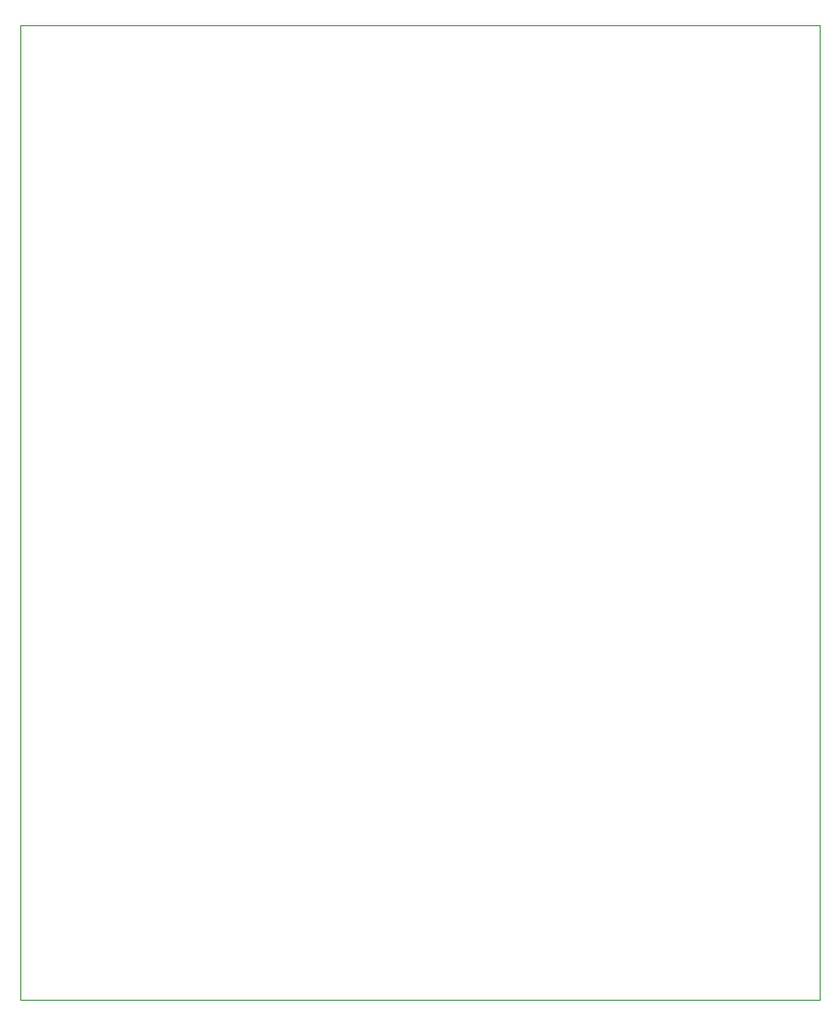
<source format=gm1>
G04 #@! TF.GenerationSoftware,KiCad,Pcbnew,(5.1.0)-1*
G04 #@! TF.CreationDate,2019-04-18T22:20:22-04:00*
G04 #@! TF.ProjectId,Gen1,47656e31-2e6b-4696-9361-645f70636258,1*
G04 #@! TF.SameCoordinates,Original*
G04 #@! TF.FileFunction,Profile,NP*
%FSLAX46Y46*%
G04 Gerber Fmt 4.6, Leading zero omitted, Abs format (unit mm)*
G04 Created by KiCad (PCBNEW (5.1.0)-1) date 2019-04-18 22:20:22*
%MOMM*%
%LPD*%
G04 APERTURE LIST*
%ADD10C,0.050000*%
G04 APERTURE END LIST*
D10*
X12700000Y-116840000D02*
X12700000Y-31750000D01*
X82550000Y-116840000D02*
X12700000Y-116840000D01*
X82550000Y-31750000D02*
X82550000Y-116840000D01*
X12700000Y-31750000D02*
X82550000Y-31750000D01*
M02*

</source>
